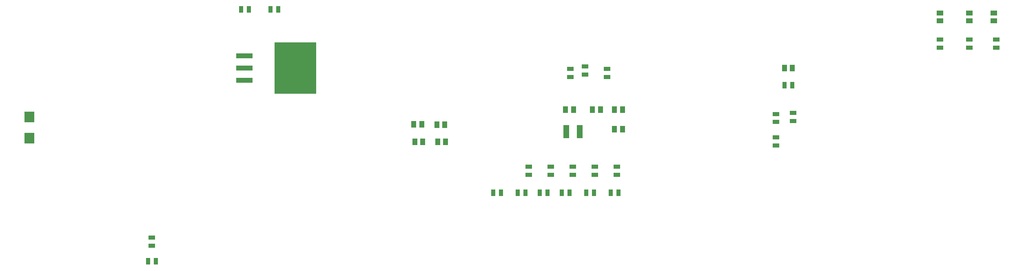
<source format=gbr>
G04*
G04 #@! TF.GenerationSoftware,Altium Limited,Altium Designer,22.4.2 (48)*
G04*
G04 Layer_Color=8421504*
%FSLAX25Y25*%
%MOIN*%
G70*
G04*
G04 #@! TF.SameCoordinates,EFB2AD4A-E9B5-4B68-97B7-9E8596F90355*
G04*
G04*
G04 #@! TF.FilePolarity,Positive*
G04*
G01*
G75*
%ADD16R,0.03347X0.05315*%
%ADD17R,0.05315X0.03347*%
%ADD18R,0.05787X0.04016*%
%ADD19R,0.04016X0.05787*%
%ADD20R,0.05118X0.10630*%
%ADD21R,0.13386X0.03937*%
%ADD22R,0.33858X0.42126*%
%ADD23R,0.08465X0.09055*%
D16*
X287248Y594000D02*
D03*
X280752D02*
D03*
X724752Y532000D02*
D03*
X731248D02*
D03*
X569248Y444000D02*
D03*
X562752D02*
D03*
X513248D02*
D03*
X506752D02*
D03*
X493248D02*
D03*
X486752D02*
D03*
X589248D02*
D03*
X582752D02*
D03*
X549248D02*
D03*
X542752D02*
D03*
X531248D02*
D03*
X524752D02*
D03*
X204752Y388000D02*
D03*
X211248D02*
D03*
X304752Y594000D02*
D03*
X311248D02*
D03*
D17*
X898000Y569248D02*
D03*
Y562752D02*
D03*
X876000Y569248D02*
D03*
Y562752D02*
D03*
X852000Y569248D02*
D03*
Y562752D02*
D03*
X732000Y502752D02*
D03*
Y509248D02*
D03*
X718000Y482752D02*
D03*
Y489248D02*
D03*
Y502000D02*
D03*
Y508496D02*
D03*
X570000Y465248D02*
D03*
Y458752D02*
D03*
X516000Y465248D02*
D03*
Y458752D02*
D03*
X552000Y465248D02*
D03*
Y458752D02*
D03*
X534000Y465248D02*
D03*
Y458752D02*
D03*
X588000Y465248D02*
D03*
Y458752D02*
D03*
X550000Y538752D02*
D03*
Y545248D02*
D03*
X580000Y538752D02*
D03*
Y545248D02*
D03*
X562000Y540752D02*
D03*
Y547248D02*
D03*
X208000Y400752D02*
D03*
Y407248D02*
D03*
D18*
X896000Y584811D02*
D03*
Y591189D02*
D03*
X876000Y584811D02*
D03*
Y591189D02*
D03*
X852000Y584811D02*
D03*
Y591189D02*
D03*
D19*
X731189Y546000D02*
D03*
X724811D02*
D03*
X441622Y485840D02*
D03*
X448000D02*
D03*
X422000Y500000D02*
D03*
X428378D02*
D03*
X440811Y499840D02*
D03*
X447189D02*
D03*
X546000Y512000D02*
D03*
X552378D02*
D03*
X586000D02*
D03*
X592378D02*
D03*
X568000D02*
D03*
X574378D02*
D03*
X422811Y485840D02*
D03*
X429189D02*
D03*
X586000Y496000D02*
D03*
X592378D02*
D03*
D20*
X557512Y494000D02*
D03*
X546488D02*
D03*
D21*
X283445Y556000D02*
D03*
Y546000D02*
D03*
Y536000D02*
D03*
D22*
X325177Y546000D02*
D03*
D23*
X108000Y506000D02*
D03*
Y488677D02*
D03*
M02*

</source>
